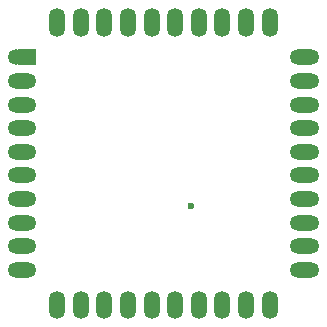
<source format=gbr>
%TF.GenerationSoftware,KiCad,Pcbnew,(5.99.0-13244-g73f40b11ee)*%
%TF.CreationDate,2021-12-16T18:40:11-08:00*%
%TF.ProjectId,MiniMike_RP2040,4d696e69-4d69-46b6-955f-525032303430,rev?*%
%TF.SameCoordinates,Original*%
%TF.FileFunction,Soldermask,Bot*%
%TF.FilePolarity,Negative*%
%FSLAX46Y46*%
G04 Gerber Fmt 4.6, Leading zero omitted, Abs format (unit mm)*
G04 Created by KiCad (PCBNEW (5.99.0-13244-g73f40b11ee)) date 2021-12-16 18:40:11*
%MOMM*%
%LPD*%
G01*
G04 APERTURE LIST*
%ADD10C,0.600000*%
%ADD11R,1.350000X1.350000*%
%ADD12R,1.075000X1.350000*%
%ADD13C,1.350000*%
%ADD14R,1.350000X1.075000*%
G04 APERTURE END LIST*
D10*
%TO.C,U2*%
X141299997Y-112600003D03*
%TD*%
D11*
%TO.C,PADS1*%
X127575000Y-100000000D03*
D12*
X127175000Y-100000000D03*
D13*
X126500000Y-100000000D03*
X127575000Y-102000000D03*
X126500000Y-102000000D03*
D12*
X127000000Y-102000000D03*
D13*
X126500000Y-104000000D03*
D12*
X127000000Y-104000000D03*
D13*
X127575000Y-104000000D03*
X127575000Y-106000000D03*
D12*
X127000000Y-106000000D03*
D13*
X126500000Y-106000000D03*
X127575000Y-108000000D03*
X126500000Y-108000000D03*
D12*
X127000000Y-108000000D03*
D13*
X126500000Y-110000000D03*
X127575000Y-110000000D03*
D12*
X127000000Y-110000000D03*
D13*
X127575000Y-112000000D03*
X126500000Y-112000000D03*
D12*
X127000000Y-112000000D03*
X127000000Y-114000000D03*
D13*
X126500000Y-114000000D03*
X127575000Y-114000000D03*
X127575000Y-116000000D03*
D12*
X127000000Y-116000000D03*
D13*
X126500000Y-116000000D03*
X127575000Y-118000000D03*
X126500000Y-118000000D03*
D12*
X127000000Y-118000000D03*
D14*
X130000000Y-120825000D03*
D13*
X130000000Y-120425000D03*
X130000000Y-121500000D03*
X132000000Y-120425000D03*
X132000000Y-121500000D03*
D14*
X132000000Y-120825000D03*
D13*
X134000000Y-120425000D03*
X134000000Y-121500000D03*
D14*
X134000000Y-120825000D03*
D13*
X136000000Y-120425000D03*
X136000000Y-121500000D03*
D14*
X136000000Y-120825000D03*
D13*
X138000000Y-120425000D03*
D14*
X138000000Y-120825000D03*
D13*
X138000000Y-121500000D03*
X140000000Y-121500000D03*
X140000000Y-120425000D03*
D14*
X140000000Y-120825000D03*
D13*
X142000000Y-121500000D03*
D14*
X142000000Y-120825000D03*
D13*
X142000000Y-120425000D03*
D14*
X144000000Y-120825000D03*
D13*
X144000000Y-120425000D03*
X144000000Y-121500000D03*
X146000000Y-120425000D03*
X146000000Y-121500000D03*
D14*
X146000000Y-120825000D03*
D13*
X148000000Y-121500000D03*
D14*
X148000000Y-120825000D03*
D13*
X148000000Y-120425000D03*
X150425000Y-118000000D03*
X151500000Y-118000000D03*
D12*
X150925000Y-118000000D03*
X150925000Y-116000000D03*
D13*
X150425000Y-116000000D03*
X151500000Y-116000000D03*
X150425000Y-114000000D03*
D12*
X150925000Y-114000000D03*
D13*
X151500000Y-114000000D03*
D12*
X150925000Y-112000000D03*
D13*
X150425000Y-112000000D03*
X151500000Y-112000000D03*
D12*
X150925000Y-110000000D03*
D13*
X150425000Y-110000000D03*
X151500000Y-110000000D03*
X150425000Y-108000000D03*
X151500000Y-108000000D03*
D12*
X150925000Y-108000000D03*
X150925000Y-106000000D03*
D13*
X151500000Y-106000000D03*
X150425000Y-106000000D03*
X150425000Y-104000000D03*
D12*
X150925000Y-104000000D03*
D13*
X151500000Y-104000000D03*
D12*
X150925000Y-102000000D03*
D13*
X150425000Y-102000000D03*
X151500000Y-102000000D03*
D12*
X150925000Y-100000000D03*
D13*
X151500000Y-100000000D03*
X150425000Y-100000000D03*
X148000000Y-96500000D03*
D14*
X148000000Y-97075000D03*
D13*
X148000000Y-97575000D03*
D14*
X146000000Y-97075000D03*
D13*
X146000000Y-97575000D03*
X146000000Y-96500000D03*
X144000000Y-96500000D03*
D14*
X144000000Y-97075000D03*
D13*
X144000000Y-97575000D03*
X142000000Y-96500000D03*
X142000000Y-97575000D03*
D14*
X142000000Y-97075000D03*
D13*
X140000000Y-97575000D03*
X140000000Y-96500000D03*
D14*
X140000000Y-97075000D03*
X138000000Y-97075000D03*
D13*
X138000000Y-97575000D03*
X138000000Y-96500000D03*
X136000000Y-96500000D03*
X136000000Y-97575000D03*
D14*
X136000000Y-97075000D03*
X134000000Y-97075000D03*
D13*
X134000000Y-97575000D03*
X134000000Y-96500000D03*
D14*
X132000000Y-97075000D03*
D13*
X132000000Y-97575000D03*
X132000000Y-96500000D03*
X130000000Y-97575000D03*
X130000000Y-96500000D03*
D14*
X130000000Y-97075000D03*
%TD*%
M02*

</source>
